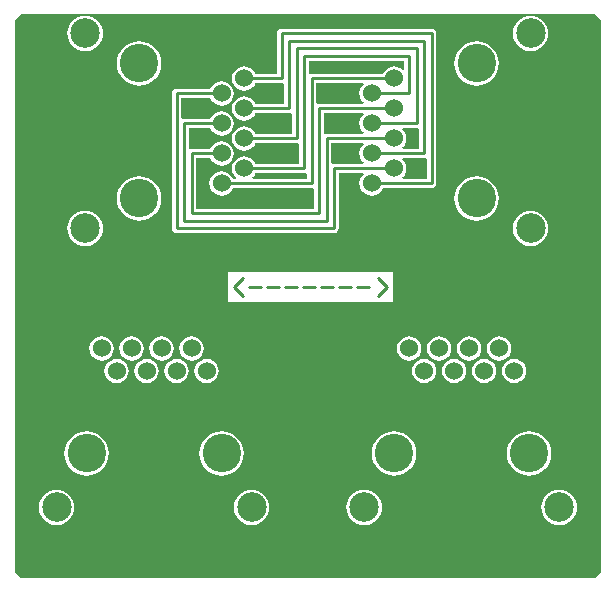
<source format=gtl>
G04 Layer_Physical_Order=1*
G04 Layer_Color=255*
%FSLAX25Y25*%
%MOIN*%
G70*
G01*
G75*
%ADD10C,0.01000*%
%ADD11C,0.12795*%
%ADD12C,0.09843*%
%ADD13C,0.06000*%
G36*
X268529Y421867D02*
Y238134D01*
X270634Y236029D01*
X461867D01*
X463971Y238133D01*
Y421867D01*
X461867Y423971D01*
X270634D01*
X268529Y421867D01*
D02*
G37*
%LPC*%
G36*
X322500Y309034D02*
X323544Y308897D01*
X324517Y308494D01*
X325353Y307853D01*
X325994Y307017D01*
X326397Y306044D01*
X326535Y305000D01*
X326397Y303956D01*
X325994Y302983D01*
X325353Y302147D01*
X324517Y301506D01*
X323544Y301103D01*
X322500Y300965D01*
X321456Y301103D01*
X320483Y301506D01*
X319647Y302147D01*
X319006Y302983D01*
X318603Y303956D01*
X318465Y305000D01*
X318603Y306044D01*
X319006Y307017D01*
X319647Y307853D01*
X320483Y308494D01*
X321456Y308897D01*
X322500Y309034D01*
D02*
G37*
G36*
X312500D02*
X313544Y308897D01*
X314517Y308494D01*
X315353Y307853D01*
X315994Y307017D01*
X316397Y306044D01*
X316534Y305000D01*
X316397Y303956D01*
X315994Y302983D01*
X315353Y302147D01*
X314517Y301506D01*
X313544Y301103D01*
X312500Y300965D01*
X311456Y301103D01*
X310483Y301506D01*
X309647Y302147D01*
X309006Y302983D01*
X308603Y303956D01*
X308466Y305000D01*
X308603Y306044D01*
X309006Y307017D01*
X309647Y307853D01*
X310483Y308494D01*
X311456Y308897D01*
X312500Y309034D01*
D02*
G37*
G36*
X332500D02*
X333544Y308897D01*
X334517Y308494D01*
X335353Y307853D01*
X335994Y307017D01*
X336397Y306044D01*
X336535Y305000D01*
X336397Y303956D01*
X335994Y302983D01*
X335353Y302147D01*
X334517Y301506D01*
X333544Y301103D01*
X332500Y300965D01*
X331456Y301103D01*
X330483Y301506D01*
X329647Y302147D01*
X329006Y302983D01*
X328603Y303956D01*
X328466Y305000D01*
X328603Y306044D01*
X329006Y307017D01*
X329647Y307853D01*
X330483Y308494D01*
X331456Y308897D01*
X332500Y309034D01*
D02*
G37*
G36*
X415000D02*
X416044Y308897D01*
X417017Y308494D01*
X417853Y307853D01*
X418494Y307017D01*
X418897Y306044D01*
X419034Y305000D01*
X418897Y303956D01*
X418494Y302983D01*
X417853Y302147D01*
X417017Y301506D01*
X416044Y301103D01*
X415000Y300965D01*
X413956Y301103D01*
X412983Y301506D01*
X412147Y302147D01*
X411506Y302983D01*
X411103Y303956D01*
X410965Y305000D01*
X411103Y306044D01*
X411506Y307017D01*
X412147Y307853D01*
X412983Y308494D01*
X413956Y308897D01*
X415000Y309034D01*
D02*
G37*
G36*
X405000D02*
X406044Y308897D01*
X407017Y308494D01*
X407853Y307853D01*
X408494Y307017D01*
X408897Y306044D01*
X409034Y305000D01*
X408897Y303956D01*
X408494Y302983D01*
X407853Y302147D01*
X407017Y301506D01*
X406044Y301103D01*
X405000Y300965D01*
X403956Y301103D01*
X402983Y301506D01*
X402147Y302147D01*
X401506Y302983D01*
X401103Y303956D01*
X400965Y305000D01*
X401103Y306044D01*
X401506Y307017D01*
X402147Y307853D01*
X402983Y308494D01*
X403956Y308897D01*
X405000Y309034D01*
D02*
G37*
G36*
X410000Y316534D02*
X411044Y316397D01*
X412017Y315994D01*
X412853Y315353D01*
X413494Y314517D01*
X413897Y313544D01*
X414035Y312500D01*
X413897Y311456D01*
X413494Y310483D01*
X412853Y309647D01*
X412017Y309006D01*
X411044Y308603D01*
X410000Y308466D01*
X408956Y308603D01*
X407983Y309006D01*
X407147Y309647D01*
X406506Y310483D01*
X406103Y311456D01*
X405966Y312500D01*
X406103Y313544D01*
X406506Y314517D01*
X407147Y315353D01*
X407983Y315994D01*
X408956Y316397D01*
X410000Y316534D01*
D02*
G37*
G36*
X400000D02*
X401044Y316397D01*
X402017Y315994D01*
X402853Y315353D01*
X403494Y314517D01*
X403897Y313544D01*
X404035Y312500D01*
X403897Y311456D01*
X403494Y310483D01*
X402853Y309647D01*
X402017Y309006D01*
X401044Y308603D01*
X400000Y308466D01*
X398956Y308603D01*
X397983Y309006D01*
X397147Y309647D01*
X396506Y310483D01*
X396103Y311456D01*
X395966Y312500D01*
X396103Y313544D01*
X396506Y314517D01*
X397147Y315353D01*
X397983Y315994D01*
X398956Y316397D01*
X400000Y316534D01*
D02*
G37*
G36*
X420000D02*
X421044Y316397D01*
X422017Y315994D01*
X422853Y315353D01*
X423494Y314517D01*
X423897Y313544D01*
X424035Y312500D01*
X423897Y311456D01*
X423494Y310483D01*
X422853Y309647D01*
X422017Y309006D01*
X421044Y308603D01*
X420000Y308466D01*
X418956Y308603D01*
X417983Y309006D01*
X417147Y309647D01*
X416506Y310483D01*
X416103Y311456D01*
X415966Y312500D01*
X416103Y313544D01*
X416506Y314517D01*
X417147Y315353D01*
X417983Y315994D01*
X418956Y316397D01*
X420000Y316534D01*
D02*
G37*
G36*
X302500Y309034D02*
X303544Y308897D01*
X304517Y308494D01*
X305353Y307853D01*
X305994Y307017D01*
X306397Y306044D01*
X306535Y305000D01*
X306397Y303956D01*
X305994Y302983D01*
X305353Y302147D01*
X304517Y301506D01*
X303544Y301103D01*
X302500Y300965D01*
X301456Y301103D01*
X300483Y301506D01*
X299647Y302147D01*
X299006Y302983D01*
X298603Y303956D01*
X298465Y305000D01*
X298603Y306044D01*
X299006Y307017D01*
X299647Y307853D01*
X300483Y308494D01*
X301456Y308897D01*
X302500Y309034D01*
D02*
G37*
G36*
X430000Y316534D02*
X431044Y316397D01*
X432017Y315994D01*
X432853Y315353D01*
X433494Y314517D01*
X433897Y313544D01*
X434034Y312500D01*
X433897Y311456D01*
X433494Y310483D01*
X432853Y309647D01*
X432017Y309006D01*
X431044Y308603D01*
X430000Y308466D01*
X428956Y308603D01*
X427983Y309006D01*
X427147Y309647D01*
X426506Y310483D01*
X426103Y311456D01*
X425965Y312500D01*
X426103Y313544D01*
X426506Y314517D01*
X427147Y315353D01*
X427983Y315994D01*
X428956Y316397D01*
X430000Y316534D01*
D02*
G37*
G36*
X282500Y265450D02*
X283661Y265336D01*
X284777Y264997D01*
X285806Y264447D01*
X286707Y263707D01*
X287447Y262806D01*
X287997Y261777D01*
X288336Y260661D01*
X288450Y259500D01*
X288336Y258339D01*
X287997Y257223D01*
X287447Y256194D01*
X286707Y255293D01*
X285806Y254553D01*
X284777Y254003D01*
X283661Y253664D01*
X282500Y253550D01*
X281339Y253664D01*
X280223Y254003D01*
X279194Y254553D01*
X278293Y255293D01*
X277553Y256194D01*
X277003Y257223D01*
X276664Y258339D01*
X276550Y259500D01*
X276664Y260661D01*
X277003Y261777D01*
X277553Y262806D01*
X278293Y263707D01*
X279194Y264447D01*
X280223Y264997D01*
X281339Y265336D01*
X282500Y265450D01*
D02*
G37*
G36*
X440000Y284933D02*
X441450Y284791D01*
X442845Y284368D01*
X444130Y283681D01*
X445256Y282756D01*
X446181Y281630D01*
X446868Y280345D01*
X447291Y278950D01*
X447433Y277500D01*
X447291Y276050D01*
X446868Y274655D01*
X446181Y273370D01*
X445256Y272244D01*
X444130Y271319D01*
X442845Y270632D01*
X441450Y270209D01*
X440000Y270067D01*
X438550Y270209D01*
X437155Y270632D01*
X435870Y271319D01*
X434744Y272244D01*
X433819Y273370D01*
X433132Y274655D01*
X432709Y276050D01*
X432567Y277500D01*
X432709Y278950D01*
X433132Y280345D01*
X433819Y281630D01*
X434744Y282756D01*
X435870Y283681D01*
X437155Y284368D01*
X438550Y284791D01*
X440000Y284933D01*
D02*
G37*
G36*
X347500Y265450D02*
X348661Y265336D01*
X349777Y264997D01*
X350806Y264447D01*
X351707Y263707D01*
X352447Y262806D01*
X352997Y261777D01*
X353336Y260661D01*
X353450Y259500D01*
X353336Y258339D01*
X352997Y257223D01*
X352447Y256194D01*
X351707Y255293D01*
X350806Y254553D01*
X349777Y254003D01*
X348661Y253664D01*
X347500Y253550D01*
X346339Y253664D01*
X345223Y254003D01*
X344194Y254553D01*
X343293Y255293D01*
X342553Y256194D01*
X342003Y257223D01*
X341664Y258339D01*
X341550Y259500D01*
X341664Y260661D01*
X342003Y261777D01*
X342553Y262806D01*
X343293Y263707D01*
X344194Y264447D01*
X345223Y264997D01*
X346339Y265336D01*
X347500Y265450D01*
D02*
G37*
G36*
X450000D02*
X451161Y265336D01*
X452277Y264997D01*
X453306Y264447D01*
X454207Y263707D01*
X454947Y262806D01*
X455497Y261777D01*
X455836Y260661D01*
X455950Y259500D01*
X455836Y258339D01*
X455497Y257223D01*
X454947Y256194D01*
X454207Y255293D01*
X453306Y254553D01*
X452277Y254003D01*
X451161Y253664D01*
X450000Y253550D01*
X448839Y253664D01*
X447723Y254003D01*
X446694Y254553D01*
X445793Y255293D01*
X445053Y256194D01*
X444503Y257223D01*
X444164Y258339D01*
X444050Y259500D01*
X444164Y260661D01*
X444503Y261777D01*
X445053Y262806D01*
X445793Y263707D01*
X446694Y264447D01*
X447723Y264997D01*
X448839Y265336D01*
X450000Y265450D01*
D02*
G37*
G36*
X385000D02*
X386161Y265336D01*
X387277Y264997D01*
X388306Y264447D01*
X389207Y263707D01*
X389947Y262806D01*
X390497Y261777D01*
X390836Y260661D01*
X390950Y259500D01*
X390836Y258339D01*
X390497Y257223D01*
X389947Y256194D01*
X389207Y255293D01*
X388306Y254553D01*
X387277Y254003D01*
X386161Y253664D01*
X385000Y253550D01*
X383839Y253664D01*
X382723Y254003D01*
X381694Y254553D01*
X380793Y255293D01*
X380053Y256194D01*
X379503Y257223D01*
X379164Y258339D01*
X379050Y259500D01*
X379164Y260661D01*
X379503Y261777D01*
X380053Y262806D01*
X380793Y263707D01*
X381694Y264447D01*
X382723Y264997D01*
X383839Y265336D01*
X385000Y265450D01*
D02*
G37*
G36*
X435000Y309034D02*
X436044Y308897D01*
X437017Y308494D01*
X437853Y307853D01*
X438494Y307017D01*
X438897Y306044D01*
X439035Y305000D01*
X438897Y303956D01*
X438494Y302983D01*
X437853Y302147D01*
X437017Y301506D01*
X436044Y301103D01*
X435000Y300965D01*
X433956Y301103D01*
X432983Y301506D01*
X432147Y302147D01*
X431506Y302983D01*
X431103Y303956D01*
X430966Y305000D01*
X431103Y306044D01*
X431506Y307017D01*
X432147Y307853D01*
X432983Y308494D01*
X433956Y308897D01*
X435000Y309034D01*
D02*
G37*
G36*
X425000D02*
X426044Y308897D01*
X427017Y308494D01*
X427853Y307853D01*
X428494Y307017D01*
X428897Y306044D01*
X429035Y305000D01*
X428897Y303956D01*
X428494Y302983D01*
X427853Y302147D01*
X427017Y301506D01*
X426044Y301103D01*
X425000Y300965D01*
X423956Y301103D01*
X422983Y301506D01*
X422147Y302147D01*
X421506Y302983D01*
X421103Y303956D01*
X420965Y305000D01*
X421103Y306044D01*
X421506Y307017D01*
X422147Y307853D01*
X422983Y308494D01*
X423956Y308897D01*
X425000Y309034D01*
D02*
G37*
G36*
X292500Y284933D02*
X293950Y284791D01*
X295345Y284368D01*
X296630Y283681D01*
X297756Y282756D01*
X298681Y281630D01*
X299368Y280345D01*
X299791Y278950D01*
X299933Y277500D01*
X299791Y276050D01*
X299368Y274655D01*
X298681Y273370D01*
X297756Y272244D01*
X296630Y271319D01*
X295345Y270632D01*
X293950Y270209D01*
X292500Y270067D01*
X291050Y270209D01*
X289655Y270632D01*
X288370Y271319D01*
X287244Y272244D01*
X286319Y273370D01*
X285632Y274655D01*
X285209Y276050D01*
X285067Y277500D01*
X285209Y278950D01*
X285632Y280345D01*
X286319Y281630D01*
X287244Y282756D01*
X288370Y283681D01*
X289655Y284368D01*
X291050Y284791D01*
X292500Y284933D01*
D02*
G37*
G36*
X395000D02*
X396450Y284791D01*
X397845Y284368D01*
X399130Y283681D01*
X400256Y282756D01*
X401181Y281630D01*
X401868Y280345D01*
X402291Y278950D01*
X402433Y277500D01*
X402291Y276050D01*
X401868Y274655D01*
X401181Y273370D01*
X400256Y272244D01*
X399130Y271319D01*
X397845Y270632D01*
X396450Y270209D01*
X395000Y270067D01*
X393550Y270209D01*
X392155Y270632D01*
X390870Y271319D01*
X389744Y272244D01*
X388819Y273370D01*
X388132Y274655D01*
X387709Y276050D01*
X387567Y277500D01*
X387709Y278950D01*
X388132Y280345D01*
X388819Y281630D01*
X389744Y282756D01*
X390870Y283681D01*
X392155Y284368D01*
X393550Y284791D01*
X395000Y284933D01*
D02*
G37*
G36*
X337500D02*
X338950Y284791D01*
X340345Y284368D01*
X341630Y283681D01*
X342756Y282756D01*
X343681Y281630D01*
X344368Y280345D01*
X344791Y278950D01*
X344933Y277500D01*
X344791Y276050D01*
X344368Y274655D01*
X343681Y273370D01*
X342756Y272244D01*
X341630Y271319D01*
X340345Y270632D01*
X338950Y270209D01*
X337500Y270067D01*
X336050Y270209D01*
X334655Y270632D01*
X333370Y271319D01*
X332244Y272244D01*
X331319Y273370D01*
X330632Y274655D01*
X330209Y276050D01*
X330067Y277500D01*
X330209Y278950D01*
X330632Y280345D01*
X331319Y281630D01*
X332244Y282756D01*
X333370Y283681D01*
X334655Y284368D01*
X336050Y284791D01*
X337500Y284933D01*
D02*
G37*
G36*
X310000Y369933D02*
X311450Y369791D01*
X312845Y369368D01*
X314130Y368681D01*
X315256Y367756D01*
X316181Y366630D01*
X316868Y365345D01*
X317291Y363950D01*
X317433Y362500D01*
X317291Y361050D01*
X316868Y359655D01*
X316181Y358370D01*
X315256Y357244D01*
X314130Y356319D01*
X312845Y355632D01*
X311450Y355209D01*
X310000Y355067D01*
X308550Y355209D01*
X307155Y355632D01*
X305870Y356319D01*
X304744Y357244D01*
X303819Y358370D01*
X303132Y359655D01*
X302709Y361050D01*
X302567Y362500D01*
X302709Y363950D01*
X303132Y365345D01*
X303819Y366630D01*
X304744Y367756D01*
X305870Y368681D01*
X307155Y369368D01*
X308550Y369791D01*
X310000Y369933D01*
D02*
G37*
G36*
X422500D02*
X423950Y369791D01*
X425345Y369368D01*
X426630Y368681D01*
X427756Y367756D01*
X428681Y366630D01*
X429368Y365345D01*
X429791Y363950D01*
X429933Y362500D01*
X429791Y361050D01*
X429368Y359655D01*
X428681Y358370D01*
X427756Y357244D01*
X426630Y356319D01*
X425345Y355632D01*
X423950Y355209D01*
X422500Y355067D01*
X421050Y355209D01*
X419655Y355632D01*
X418370Y356319D01*
X417244Y357244D01*
X416319Y358370D01*
X415632Y359655D01*
X415209Y361050D01*
X415067Y362500D01*
X415209Y363950D01*
X415632Y365345D01*
X416319Y366630D01*
X417244Y367756D01*
X418370Y368681D01*
X419655Y369368D01*
X421050Y369791D01*
X422500Y369933D01*
D02*
G37*
G36*
X357500Y419029D02*
X407500D01*
X408085Y418913D01*
X408581Y418581D01*
X408913Y418085D01*
X409029Y417500D01*
Y367500D01*
X408913Y366915D01*
X408581Y366419D01*
X408085Y366087D01*
X407500Y365971D01*
X391196D01*
X390994Y365483D01*
X390353Y364647D01*
X389517Y364006D01*
X388544Y363603D01*
X387500Y363465D01*
X386456Y363603D01*
X385483Y364006D01*
X384647Y364647D01*
X384006Y365483D01*
X383603Y366456D01*
X383466Y367500D01*
X383603Y368544D01*
X384006Y369517D01*
X384647Y370353D01*
X384835Y370497D01*
X384675Y370971D01*
X376529D01*
Y352500D01*
X376413Y351915D01*
X376081Y351419D01*
X375585Y351087D01*
X375000Y350971D01*
X322500D01*
X321915Y351087D01*
X321419Y351419D01*
X321087Y351915D01*
X320971Y352500D01*
Y397500D01*
X321087Y398085D01*
X321419Y398581D01*
X321915Y398913D01*
X322500Y399029D01*
X333804D01*
X334006Y399517D01*
X334647Y400353D01*
X335483Y400994D01*
X336456Y401397D01*
X337500Y401535D01*
X338544Y401397D01*
X339517Y400994D01*
X340353Y400353D01*
X340994Y399517D01*
X341397Y398544D01*
X341534Y397500D01*
X341397Y396456D01*
X340994Y395483D01*
X340353Y394647D01*
X339517Y394006D01*
X338544Y393603D01*
X337500Y393465D01*
X336456Y393603D01*
X335483Y394006D01*
X334647Y394647D01*
X334006Y395483D01*
X333804Y395971D01*
X324029D01*
Y389211D01*
X324529Y388936D01*
X325000Y389029D01*
X333804D01*
X334006Y389517D01*
X334647Y390353D01*
X335483Y390994D01*
X336456Y391397D01*
X337500Y391534D01*
X338544Y391397D01*
X339517Y390994D01*
X340353Y390353D01*
X340994Y389517D01*
X341397Y388544D01*
X341534Y387500D01*
X341397Y386456D01*
X340994Y385483D01*
X340353Y384647D01*
X339517Y384006D01*
X338544Y383603D01*
X337500Y383466D01*
X336456Y383603D01*
X335483Y384006D01*
X334647Y384647D01*
X334006Y385483D01*
X333804Y385971D01*
X326529D01*
Y379211D01*
X327029Y378936D01*
X327500Y379029D01*
X333804D01*
X334006Y379517D01*
X334647Y380353D01*
X335483Y380994D01*
X336456Y381397D01*
X337500Y381535D01*
X338544Y381397D01*
X339517Y380994D01*
X340353Y380353D01*
X340994Y379517D01*
X341397Y378544D01*
X341534Y377500D01*
X341397Y376456D01*
X340994Y375483D01*
X340353Y374647D01*
X339517Y374006D01*
X338544Y373603D01*
X337500Y373465D01*
X336456Y373603D01*
X335483Y374006D01*
X334647Y374647D01*
X334006Y375483D01*
X333804Y375971D01*
X329029D01*
Y359029D01*
X368471D01*
Y365789D01*
X367971Y366064D01*
X367500Y365971D01*
X341196D01*
X340994Y365483D01*
X340353Y364647D01*
X339517Y364006D01*
X338544Y363603D01*
X337500Y363465D01*
X336456Y363603D01*
X335483Y364006D01*
X334647Y364647D01*
X334006Y365483D01*
X333603Y366456D01*
X333466Y367500D01*
X333603Y368544D01*
X334006Y369517D01*
X334647Y370353D01*
X335483Y370994D01*
X336456Y371397D01*
X337500Y371534D01*
X338544Y371397D01*
X339517Y370994D01*
X340353Y370353D01*
X340994Y369517D01*
X341196Y369029D01*
X342175D01*
X342335Y369503D01*
X342147Y369647D01*
X341506Y370483D01*
X341103Y371456D01*
X340966Y372500D01*
X341103Y373544D01*
X341506Y374517D01*
X342147Y375353D01*
X342983Y375994D01*
X343956Y376397D01*
X345000Y376535D01*
X346044Y376397D01*
X347017Y375994D01*
X347853Y375353D01*
X348494Y374517D01*
X348696Y374029D01*
X363471D01*
Y380789D01*
X362971Y381064D01*
X362500Y380971D01*
X348696D01*
X348494Y380483D01*
X347853Y379647D01*
X347017Y379006D01*
X346044Y378603D01*
X345000Y378466D01*
X343956Y378603D01*
X342983Y379006D01*
X342147Y379647D01*
X341506Y380483D01*
X341103Y381456D01*
X340966Y382500D01*
X341103Y383544D01*
X341506Y384517D01*
X342147Y385353D01*
X342983Y385994D01*
X343956Y386397D01*
X345000Y386535D01*
X346044Y386397D01*
X347017Y385994D01*
X347853Y385353D01*
X348494Y384517D01*
X348696Y384029D01*
X360971D01*
Y390789D01*
X360471Y391064D01*
X360000Y390971D01*
X348696D01*
X348494Y390483D01*
X347853Y389647D01*
X347017Y389006D01*
X346044Y388603D01*
X345000Y388465D01*
X343956Y388603D01*
X342983Y389006D01*
X342147Y389647D01*
X341506Y390483D01*
X341103Y391456D01*
X340966Y392500D01*
X341103Y393544D01*
X341506Y394517D01*
X342147Y395353D01*
X342983Y395994D01*
X343956Y396397D01*
X345000Y396534D01*
X346044Y396397D01*
X347017Y395994D01*
X347853Y395353D01*
X348494Y394517D01*
X348696Y394029D01*
X358471D01*
Y400789D01*
X357971Y401064D01*
X357500Y400971D01*
X348696D01*
X348494Y400483D01*
X347853Y399647D01*
X347017Y399006D01*
X346044Y398603D01*
X345000Y398465D01*
X343956Y398603D01*
X342983Y399006D01*
X342147Y399647D01*
X341506Y400483D01*
X341103Y401456D01*
X340966Y402500D01*
X341103Y403544D01*
X341506Y404517D01*
X342147Y405353D01*
X342983Y405994D01*
X343956Y406397D01*
X345000Y406534D01*
X346044Y406397D01*
X347017Y405994D01*
X347853Y405353D01*
X348494Y404517D01*
X348696Y404029D01*
X355971D01*
Y417500D01*
X356087Y418085D01*
X356419Y418581D01*
X356915Y418913D01*
X357500Y419029D01*
D02*
G37*
G36*
X292000Y423450D02*
X293161Y423336D01*
X294277Y422997D01*
X295306Y422447D01*
X296207Y421707D01*
X296947Y420806D01*
X297497Y419777D01*
X297836Y418661D01*
X297950Y417500D01*
X297836Y416339D01*
X297497Y415223D01*
X296947Y414194D01*
X296207Y413293D01*
X295306Y412553D01*
X294277Y412003D01*
X293161Y411664D01*
X292000Y411550D01*
X290839Y411664D01*
X289723Y412003D01*
X288694Y412553D01*
X287793Y413293D01*
X287053Y414194D01*
X286503Y415223D01*
X286164Y416339D01*
X286050Y417500D01*
X286164Y418661D01*
X286503Y419777D01*
X287053Y420806D01*
X287793Y421707D01*
X288694Y422447D01*
X289723Y422997D01*
X290839Y423336D01*
X292000Y423450D01*
D02*
G37*
G36*
X422500Y414933D02*
X423950Y414791D01*
X425345Y414368D01*
X426630Y413681D01*
X427756Y412756D01*
X428681Y411630D01*
X429368Y410345D01*
X429791Y408950D01*
X429933Y407500D01*
X429791Y406050D01*
X429368Y404655D01*
X428681Y403370D01*
X427756Y402244D01*
X426630Y401319D01*
X425345Y400632D01*
X423950Y400209D01*
X422500Y400067D01*
X421050Y400209D01*
X419655Y400632D01*
X418370Y401319D01*
X417244Y402244D01*
X416319Y403370D01*
X415632Y404655D01*
X415209Y406050D01*
X415067Y407500D01*
X415209Y408950D01*
X415632Y410345D01*
X416319Y411630D01*
X417244Y412756D01*
X418370Y413681D01*
X419655Y414368D01*
X421050Y414791D01*
X422500Y414933D01*
D02*
G37*
G36*
X310000D02*
X311450Y414791D01*
X312845Y414368D01*
X314130Y413681D01*
X315256Y412756D01*
X316181Y411630D01*
X316868Y410345D01*
X317291Y408950D01*
X317433Y407500D01*
X317291Y406050D01*
X316868Y404655D01*
X316181Y403370D01*
X315256Y402244D01*
X314130Y401319D01*
X312845Y400632D01*
X311450Y400209D01*
X310000Y400067D01*
X308550Y400209D01*
X307155Y400632D01*
X305870Y401319D01*
X304744Y402244D01*
X303819Y403370D01*
X303132Y404655D01*
X302709Y406050D01*
X302567Y407500D01*
X302709Y408950D01*
X303132Y410345D01*
X303819Y411630D01*
X304744Y412756D01*
X305870Y413681D01*
X307155Y414368D01*
X308550Y414791D01*
X310000Y414933D01*
D02*
G37*
G36*
X440500Y423450D02*
X441661Y423336D01*
X442777Y422997D01*
X443806Y422447D01*
X444707Y421707D01*
X445447Y420806D01*
X445997Y419777D01*
X446336Y418661D01*
X446450Y417500D01*
X446336Y416339D01*
X445997Y415223D01*
X445447Y414194D01*
X444707Y413293D01*
X443806Y412553D01*
X442777Y412003D01*
X441661Y411664D01*
X440500Y411550D01*
X439339Y411664D01*
X438223Y412003D01*
X437194Y412553D01*
X436293Y413293D01*
X435553Y414194D01*
X435003Y415223D01*
X434664Y416339D01*
X434550Y417500D01*
X434664Y418661D01*
X435003Y419777D01*
X435553Y420806D01*
X436293Y421707D01*
X437194Y422447D01*
X438223Y422997D01*
X439339Y423336D01*
X440500Y423450D01*
D02*
G37*
G36*
X307500Y316534D02*
X308544Y316397D01*
X309517Y315994D01*
X310353Y315353D01*
X310994Y314517D01*
X311397Y313544D01*
X311535Y312500D01*
X311397Y311456D01*
X310994Y310483D01*
X310353Y309647D01*
X309517Y309006D01*
X308544Y308603D01*
X307500Y308466D01*
X306456Y308603D01*
X305483Y309006D01*
X304647Y309647D01*
X304006Y310483D01*
X303603Y311456D01*
X303466Y312500D01*
X303603Y313544D01*
X304006Y314517D01*
X304647Y315353D01*
X305483Y315994D01*
X306456Y316397D01*
X307500Y316534D01*
D02*
G37*
G36*
X317500D02*
X318544Y316397D01*
X319517Y315994D01*
X320353Y315353D01*
X320994Y314517D01*
X321397Y313544D01*
X321534Y312500D01*
X321397Y311456D01*
X320994Y310483D01*
X320353Y309647D01*
X319517Y309006D01*
X318544Y308603D01*
X317500Y308466D01*
X316456Y308603D01*
X315483Y309006D01*
X314647Y309647D01*
X314006Y310483D01*
X313603Y311456D01*
X313465Y312500D01*
X313603Y313544D01*
X314006Y314517D01*
X314647Y315353D01*
X315483Y315994D01*
X316456Y316397D01*
X317500Y316534D01*
D02*
G37*
G36*
X327500D02*
X328544Y316397D01*
X329517Y315994D01*
X330353Y315353D01*
X330994Y314517D01*
X331397Y313544D01*
X331535Y312500D01*
X331397Y311456D01*
X330994Y310483D01*
X330353Y309647D01*
X329517Y309006D01*
X328544Y308603D01*
X327500Y308466D01*
X326456Y308603D01*
X325483Y309006D01*
X324647Y309647D01*
X324006Y310483D01*
X323603Y311456D01*
X323465Y312500D01*
X323603Y313544D01*
X324006Y314517D01*
X324647Y315353D01*
X325483Y315994D01*
X326456Y316397D01*
X327500Y316534D01*
D02*
G37*
G36*
X297500D02*
X298544Y316397D01*
X299517Y315994D01*
X300353Y315353D01*
X300994Y314517D01*
X301397Y313544D01*
X301535Y312500D01*
X301397Y311456D01*
X300994Y310483D01*
X300353Y309647D01*
X299517Y309006D01*
X298544Y308603D01*
X297500Y308466D01*
X296456Y308603D01*
X295483Y309006D01*
X294647Y309647D01*
X294006Y310483D01*
X293603Y311456D01*
X293465Y312500D01*
X293603Y313544D01*
X294006Y314517D01*
X294647Y315353D01*
X295483Y315994D01*
X296456Y316397D01*
X297500Y316534D01*
D02*
G37*
G36*
X440500Y358450D02*
X441661Y358336D01*
X442777Y357997D01*
X443806Y357447D01*
X444707Y356707D01*
X445447Y355806D01*
X445997Y354777D01*
X446336Y353661D01*
X446450Y352500D01*
X446336Y351339D01*
X445997Y350223D01*
X445447Y349194D01*
X444707Y348293D01*
X443806Y347553D01*
X442777Y347003D01*
X441661Y346664D01*
X440500Y346550D01*
X439339Y346664D01*
X438223Y347003D01*
X437194Y347553D01*
X436293Y348293D01*
X435553Y349194D01*
X435003Y350223D01*
X434664Y351339D01*
X434550Y352500D01*
X434664Y353661D01*
X435003Y354777D01*
X435553Y355806D01*
X436293Y356707D01*
X437194Y357447D01*
X438223Y357997D01*
X439339Y358336D01*
X440500Y358450D01*
D02*
G37*
G36*
X292000D02*
X293161Y358336D01*
X294277Y357997D01*
X295306Y357447D01*
X296207Y356707D01*
X296947Y355806D01*
X297497Y354777D01*
X297836Y353661D01*
X297950Y352500D01*
X297836Y351339D01*
X297497Y350223D01*
X296947Y349194D01*
X296207Y348293D01*
X295306Y347553D01*
X294277Y347003D01*
X293161Y346664D01*
X292000Y346550D01*
X290839Y346664D01*
X289723Y347003D01*
X288694Y347553D01*
X287793Y348293D01*
X287053Y349194D01*
X286503Y350223D01*
X286164Y351339D01*
X286050Y352500D01*
X286164Y353661D01*
X286503Y354777D01*
X287053Y355806D01*
X287793Y356707D01*
X288694Y357447D01*
X289723Y357997D01*
X290839Y358336D01*
X292000Y358450D01*
D02*
G37*
G36*
X339516Y337998D02*
X394500D01*
Y328000D01*
X339516D01*
Y337998D01*
D02*
G37*
%LPD*%
G36*
X366529Y404211D02*
X367029Y403936D01*
X367500Y404029D01*
X391304D01*
X391506Y404517D01*
X392147Y405353D01*
X392983Y405994D01*
X393956Y406397D01*
X395000Y406534D01*
X396044Y406397D01*
X397017Y405994D01*
X397853Y405353D01*
X397997Y405165D01*
X398471Y405326D01*
Y408471D01*
X366529D01*
Y404211D01*
D02*
G37*
G36*
X369029Y394211D02*
X369529Y393936D01*
X370000Y394029D01*
X384675D01*
X384835Y394503D01*
X384647Y394647D01*
X384006Y395483D01*
X383603Y396456D01*
X383466Y397500D01*
X383603Y398544D01*
X384006Y399517D01*
X384647Y400353D01*
X384835Y400497D01*
X384675Y400971D01*
X369029D01*
Y394211D01*
D02*
G37*
G36*
X365000Y370971D02*
X348696D01*
X348494Y370483D01*
X347853Y369647D01*
X347665Y369503D01*
X347826Y369029D01*
X365971D01*
Y370789D01*
X365471Y371064D01*
X365000Y370971D01*
D02*
G37*
G36*
X405000Y375971D02*
X397826D01*
X397665Y375497D01*
X397853Y375353D01*
X398494Y374517D01*
X398897Y373544D01*
X399035Y372500D01*
X398897Y371456D01*
X398494Y370483D01*
X397853Y369647D01*
X397665Y369503D01*
X397826Y369029D01*
X405971D01*
Y375789D01*
X405471Y376064D01*
X405000Y375971D01*
D02*
G37*
G36*
X374029Y374211D02*
X374529Y373936D01*
X375000Y374029D01*
X384675D01*
X384835Y374503D01*
X384647Y374647D01*
X384006Y375483D01*
X383603Y376456D01*
X383466Y377500D01*
X383603Y378544D01*
X384006Y379517D01*
X384647Y380353D01*
X384835Y380497D01*
X384675Y380971D01*
X374029D01*
Y374211D01*
D02*
G37*
G36*
X371529Y384211D02*
X372029Y383936D01*
X372500Y384029D01*
X384675D01*
X384835Y384503D01*
X384647Y384647D01*
X384006Y385483D01*
X383603Y386456D01*
X383466Y387500D01*
X383603Y388544D01*
X384006Y389517D01*
X384647Y390353D01*
X384835Y390497D01*
X384675Y390971D01*
X371529D01*
Y384211D01*
D02*
G37*
G36*
X402500Y385971D02*
X397826D01*
X397665Y385497D01*
X397853Y385353D01*
X398494Y384517D01*
X398897Y383544D01*
X399035Y382500D01*
X398897Y381456D01*
X398494Y380483D01*
X397853Y379647D01*
X397665Y379503D01*
X397826Y379029D01*
X403471D01*
Y385789D01*
X402971Y386064D01*
X402500Y385971D01*
D02*
G37*
D10*
X407500Y417500D02*
X357500D01*
X407500Y367500D02*
Y417500D01*
Y367500D02*
X387500D01*
X357500Y402500D02*
Y417500D01*
Y402500D02*
X345000D01*
X405000Y377500D02*
X387500D01*
X337500Y397500D02*
X322500D01*
Y352500D02*
Y397500D01*
X375000Y352500D02*
X322500D01*
X375000D02*
Y372500D01*
X395000D02*
X375000D01*
X360000Y392500D02*
X345000D01*
X360000D02*
Y415000D01*
X405000D02*
X360000D01*
X405000Y377500D02*
Y415000D01*
X337500Y387500D02*
X325000D01*
Y355000D02*
Y387500D01*
X372500Y355000D02*
X325000D01*
X372500D02*
Y382500D01*
X395000D02*
X372500D01*
X362500D02*
X345000D01*
X362500D02*
Y412500D01*
X402500D02*
X362500D01*
X402500Y387500D02*
Y412500D01*
Y387500D02*
X387500D01*
X337500Y377500D02*
X327500D01*
Y357500D02*
Y377500D01*
X370000Y357500D02*
X327500D01*
X370000D02*
Y392500D01*
X395000D02*
X370000D01*
X365000Y372500D02*
X345000D01*
X365000D02*
Y410000D01*
X400000D02*
X365000D01*
X400000Y397500D02*
Y410000D01*
Y397500D02*
X387500D01*
X367500Y367500D02*
X337500D01*
X367500D02*
Y402500D01*
X395000D02*
X367500D01*
X389501Y330000D02*
X392500Y332999D01*
X389501Y335998D01*
X386502Y332999D02*
X382503D01*
X380504D02*
X376505D01*
X374506D02*
X370507D01*
X368508D02*
X364509D01*
X362510D02*
X358511D01*
X356512D02*
X352513D01*
X350514D02*
X346515D01*
X344515Y330000D02*
X341516Y332999D01*
X344515Y335998D01*
D11*
X422500Y362500D02*
D03*
Y407500D02*
D03*
X395000Y277500D02*
D03*
X440000D02*
D03*
X310000Y407500D02*
D03*
Y362500D02*
D03*
X292500Y277500D02*
D03*
X337500D02*
D03*
D12*
X440500Y417500D02*
D03*
Y352500D02*
D03*
X450000Y259500D02*
D03*
X385000D02*
D03*
X292000Y352500D02*
D03*
Y417500D02*
D03*
X347500Y259500D02*
D03*
X282500D02*
D03*
D13*
X387500Y377500D02*
D03*
Y367500D02*
D03*
X395000Y372500D02*
D03*
Y382500D02*
D03*
X387500Y387500D02*
D03*
X395000Y392500D02*
D03*
X387500Y397500D02*
D03*
X395000Y402500D02*
D03*
X410000Y312500D02*
D03*
X400000D02*
D03*
X405000Y305000D02*
D03*
X415000D02*
D03*
X420000Y312500D02*
D03*
X425000Y305000D02*
D03*
X430000Y312500D02*
D03*
X435000Y305000D02*
D03*
X345000Y392500D02*
D03*
Y402500D02*
D03*
X337500Y397500D02*
D03*
Y387500D02*
D03*
X345000Y382500D02*
D03*
X337500Y377500D02*
D03*
X345000Y372500D02*
D03*
X337500Y367500D02*
D03*
X307500Y312500D02*
D03*
X297500D02*
D03*
X302500Y305000D02*
D03*
X312500D02*
D03*
X317500Y312500D02*
D03*
X322500Y305000D02*
D03*
X327500Y312500D02*
D03*
X332500Y305000D02*
D03*
M02*

</source>
